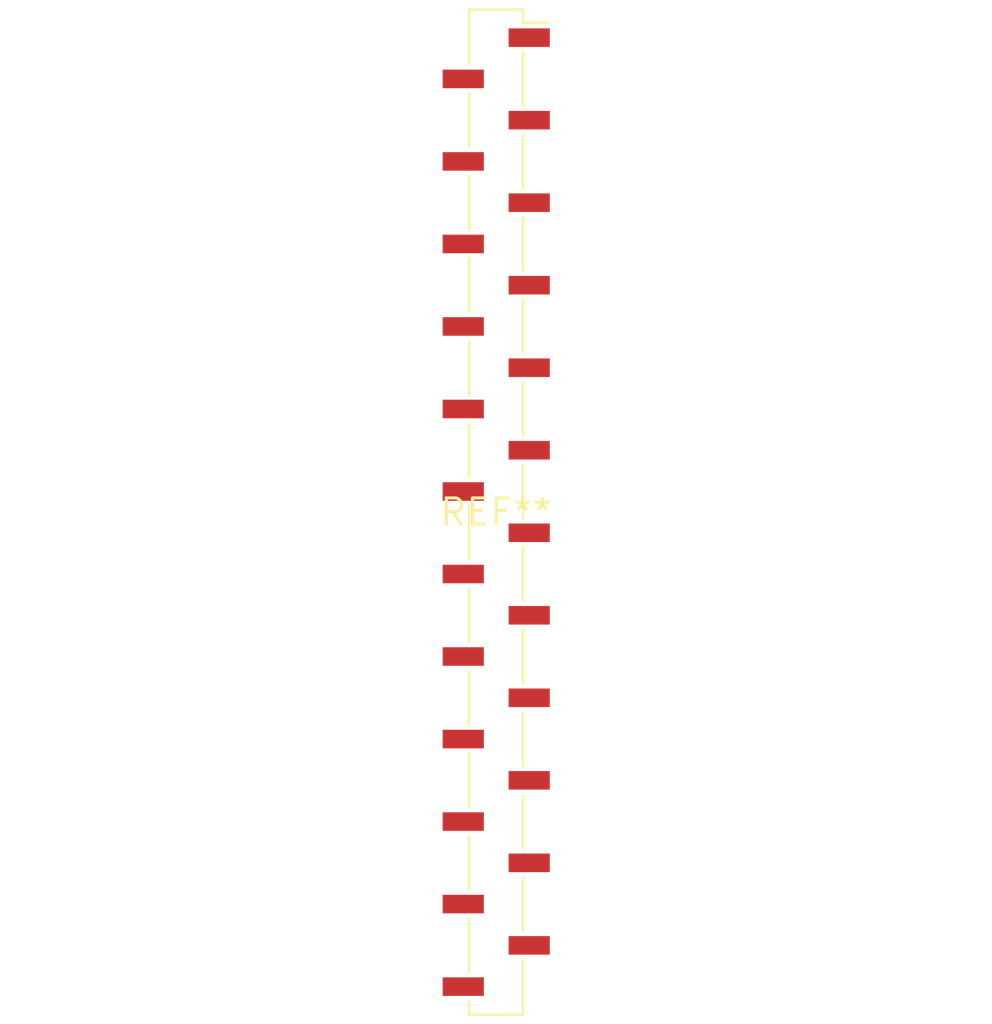
<source format=kicad_pcb>
(kicad_pcb (version 20240108) (generator pcbnew)
  (layers (0 "F.Cu" signal) (31 "B.Cu" signal) (34 "B.Paste" user) (35 "F.Paste" user) (36 "B.SilkS" user "B.Silkscreen") (37 "F.SilkS" user "F.Silkscreen") (38 "B.Mask" user) (39 "F.Mask" user) (44 "Edge.Cuts" user))
  (net 0 "")
  (footprint "PinSocket_1x24_P2.00mm_Vertical_SMD_Pin1Right" (layer "F.Cu") (at 0 0)
    (property "Reference" "REF**")
    (property "Value" "PinSocket_1x24_P2.00mm_Vertical_SMD_Pin1Right")
    (fp_line (start -1.31 -24.36) (end -1.31 -21.71) (layer "F.SilkS") (stroke (width 0.12)))
    (fp_line (start -1.31 -24.36) (end 1.31 -24.36) (layer "F.SilkS") (stroke (width 0.12)))
    (fp_line (start -1.31 -20.29) (end -1.31 -17.71) (layer "F.SilkS") (stroke (width 0.12)))
    (fp_line (start -1.31 -16.29) (end -1.31 -13.71) (layer "F.SilkS") (stroke (width 0.12)))
    (fp_line (start -1.31 -12.29) (end -1.31 -9.71) (layer "F.SilkS") (stroke (width 0.12)))
    (fp_line (start -1.31 -8.29) (end -1.31 -5.71) (layer "F.SilkS") (stroke (width 0.12)))
    (fp_line (start -1.31 -4.29) (end -1.31 -1.71) (layer "F.SilkS") (stroke (width 0.12)))
    (fp_line (start -1.31 -0.29) (end -1.31 2.29) (layer "F.SilkS") (stroke (width 0.12)))
    (fp_line (start -1.31 3.71) (end -1.31 6.29) (layer "F.SilkS") (stroke (width 0.12)))
    (fp_line (start -1.31 7.71) (end -1.31 10.29) (layer "F.SilkS") (stroke (width 0.12)))
    (fp_line (start -1.31 11.71) (end -1.31 14.29) (layer "F.SilkS") (stroke (width 0.12)))
    (fp_line (start -1.31 15.71) (end -1.31 18.29) (layer "F.SilkS") (stroke (width 0.12)))
    (fp_line (start -1.31 19.71) (end -1.31 22.29) (layer "F.SilkS") (stroke (width 0.12)))
    (fp_line (start -1.31 23.71) (end -1.31 24.36) (layer "F.SilkS") (stroke (width 0.12)))
    (fp_line (start -1.31 24.36) (end 1.31 24.36) (layer "F.SilkS") (stroke (width 0.12)))
    (fp_line (start 1.31 -24.36) (end 1.31 -23.71) (layer "F.SilkS") (stroke (width 0.12)))
    (fp_line (start 1.31 -23.71) (end 2.54 -23.71) (layer "F.SilkS") (stroke (width 0.12)))
    (fp_line (start 1.31 -22.29) (end 1.31 -19.71) (layer "F.SilkS") (stroke (width 0.12)))
    (fp_line (start 1.31 -18.29) (end 1.31 -15.71) (layer "F.SilkS") (stroke (width 0.12)))
    (fp_line (start 1.31 -14.29) (end 1.31 -11.71) (layer "F.SilkS") (stroke (width 0.12)))
    (fp_line (start 1.31 -10.29) (end 1.31 -7.71) (layer "F.SilkS") (stroke (width 0.12)))
    (fp_line (start 1.31 -6.29) (end 1.31 -3.71) (layer "F.SilkS") (stroke (width 0.12)))
    (fp_line (start 1.31 -2.29) (end 1.31 0.29) (layer "F.SilkS") (stroke (width 0.12)))
    (fp_line (start 1.31 1.71) (end 1.31 4.29) (layer "F.SilkS") (stroke (width 0.12)))
    (fp_line (start 1.31 5.71) (end 1.31 8.29) (layer "F.SilkS") (stroke (width 0.12)))
    (fp_line (start 1.31 9.71) (end 1.31 12.29) (layer "F.SilkS") (stroke (width 0.12)))
    (fp_line (start 1.31 13.71) (end 1.31 16.29) (layer "F.SilkS") (stroke (width 0.12)))
    (fp_line (start 1.31 17.71) (end 1.31 20.29) (layer "F.SilkS") (stroke (width 0.12)))
    (fp_line (start 1.31 21.71) (end 1.31 24.36) (layer "F.SilkS") (stroke (width 0.12)))
    (pad "1" smd rect (at 1.6 -23) (size 2 0.9) (layers "F.Cu" "F.Paste" "F.Mask"))
    (pad "2" smd rect (at -1.6 -21) (size 2 0.9) (layers "F.Cu" "F.Paste" "F.Mask"))
    (pad "3" smd rect (at 1.6 -19) (size 2 0.9) (layers "F.Cu" "F.Paste" "F.Mask"))
    (pad "4" smd rect (at -1.6 -17) (size 2 0.9) (layers "F.Cu" "F.Paste" "F.Mask"))
    (pad "5" smd rect (at 1.6 -15) (size 2 0.9) (layers "F.Cu" "F.Paste" "F.Mask"))
    (pad "6" smd rect (at -1.6 -13) (size 2 0.9) (layers "F.Cu" "F.Paste" "F.Mask"))
    (pad "7" smd rect (at 1.6 -11) (size 2 0.9) (layers "F.Cu" "F.Paste" "F.Mask"))
    (pad "8" smd rect (at -1.6 -9) (size 2 0.9) (layers "F.Cu" "F.Paste" "F.Mask"))
    (pad "9" smd rect (at 1.6 -7) (size 2 0.9) (layers "F.Cu" "F.Paste" "F.Mask"))
    (pad "10" smd rect (at -1.6 -5) (size 2 0.9) (layers "F.Cu" "F.Paste" "F.Mask"))
    (pad "11" smd rect (at 1.6 -3) (size 2 0.9) (layers "F.Cu" "F.Paste" "F.Mask"))
    (pad "12" smd rect (at -1.6 -1) (size 2 0.9) (layers "F.Cu" "F.Paste" "F.Mask"))
    (pad "13" smd rect (at 1.6 1) (size 2 0.9) (layers "F.Cu" "F.Paste" "F.Mask"))
    (pad "14" smd rect (at -1.6 3) (size 2 0.9) (layers "F.Cu" "F.Paste" "F.Mask"))
    (pad "15" smd rect (at 1.6 5) (size 2 0.9) (layers "F.Cu" "F.Paste" "F.Mask"))
    (pad "16" smd rect (at -1.6 7) (size 2 0.9) (layers "F.Cu" "F.Paste" "F.Mask"))
    (pad "17" smd rect (at 1.6 9) (size 2 0.9) (layers "F.Cu" "F.Paste" "F.Mask"))
    (pad "18" smd rect (at -1.6 11) (size 2 0.9) (layers "F.Cu" "F.Paste" "F.Mask"))
    (pad "19" smd rect (at 1.6 13) (size 2 0.9) (layers "F.Cu" "F.Paste" "F.Mask"))
    (pad "20" smd rect (at -1.6 15) (size 2 0.9) (layers "F.Cu" "F.Paste" "F.Mask"))
    (pad "21" smd rect (at 1.6 17) (size 2 0.9) (layers "F.Cu" "F.Paste" "F.Mask"))
    (pad "22" smd rect (at -1.6 19) (size 2 0.9) (layers "F.Cu" "F.Paste" "F.Mask"))
    (pad "23" smd rect (at 1.6 21) (size 2 0.9) (layers "F.Cu" "F.Paste" "F.Mask"))
    (pad "24" smd rect (at -1.6 23) (size 2 0.9) (layers "F.Cu" "F.Paste" "F.Mask"))
  )
)
</source>
